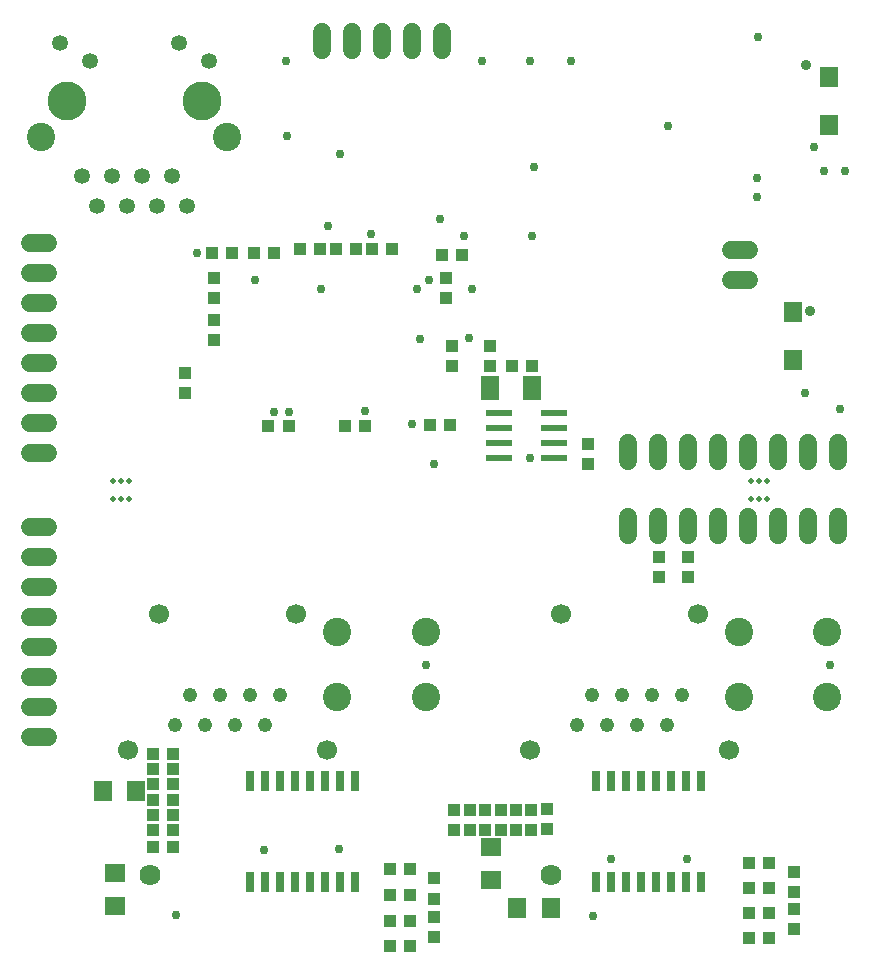
<source format=gbs>
G75*
%MOIN*%
%OFA0B0*%
%FSLAX25Y25*%
%IPPOS*%
%LPD*%
%AMOC8*
5,1,8,0,0,1.08239X$1,22.5*
%
%ADD10C,0.01969*%
%ADD11C,0.06000*%
%ADD12C,0.04800*%
%ADD13C,0.07050*%
%ADD14C,0.06693*%
%ADD15C,0.05315*%
%ADD16C,0.09449*%
%ADD17C,0.12992*%
%ADD18R,0.03000X0.06500*%
%ADD19R,0.04331X0.03937*%
%ADD20R,0.07087X0.06299*%
%ADD21R,0.03937X0.04331*%
%ADD22R,0.06299X0.07087*%
%ADD23R,0.08600X0.02200*%
%ADD24R,0.05906X0.08268*%
%ADD25R,0.06000X0.06600*%
%ADD26C,0.02953*%
%ADD27C,0.03543*%
D10*
X0077174Y0176205D03*
X0079831Y0176205D03*
X0082489Y0176205D03*
X0082489Y0182110D03*
X0079831Y0182110D03*
X0077174Y0182110D03*
X0289772Y0182110D03*
X0292430Y0182110D03*
X0295087Y0182110D03*
X0295087Y0176205D03*
X0292430Y0176205D03*
X0289772Y0176205D03*
D11*
X0288769Y0170347D02*
X0288769Y0164347D01*
X0298769Y0164347D02*
X0298769Y0170347D01*
X0308769Y0170347D02*
X0308769Y0164347D01*
X0318769Y0164347D02*
X0318769Y0170347D01*
X0318769Y0188756D02*
X0318769Y0194756D01*
X0308769Y0194756D02*
X0308769Y0188756D01*
X0298769Y0188756D02*
X0298769Y0194756D01*
X0288769Y0194756D02*
X0288769Y0188756D01*
X0278769Y0188756D02*
X0278769Y0194756D01*
X0268769Y0194756D02*
X0268769Y0188756D01*
X0258769Y0188756D02*
X0258769Y0194756D01*
X0248769Y0194756D02*
X0248769Y0188756D01*
X0248769Y0170347D02*
X0248769Y0164347D01*
X0258769Y0164347D02*
X0258769Y0170347D01*
X0268769Y0170347D02*
X0268769Y0164347D01*
X0278769Y0164347D02*
X0278769Y0170347D01*
X0282937Y0249354D02*
X0288937Y0249354D01*
X0288937Y0259354D02*
X0282937Y0259354D01*
X0186839Y0325764D02*
X0186839Y0331764D01*
X0176839Y0331764D02*
X0176839Y0325764D01*
X0166839Y0325764D02*
X0166839Y0331764D01*
X0156839Y0331764D02*
X0156839Y0325764D01*
X0146839Y0325764D02*
X0146839Y0331764D01*
X0055272Y0261402D02*
X0049272Y0261402D01*
X0049272Y0251402D02*
X0055272Y0251402D01*
X0055272Y0241402D02*
X0049272Y0241402D01*
X0049272Y0231402D02*
X0055272Y0231402D01*
X0055272Y0221402D02*
X0049272Y0221402D01*
X0049272Y0211402D02*
X0055272Y0211402D01*
X0055272Y0201402D02*
X0049272Y0201402D01*
X0049272Y0191402D02*
X0055272Y0191402D01*
X0055272Y0166913D02*
X0049272Y0166913D01*
X0049272Y0156913D02*
X0055272Y0156913D01*
X0055272Y0146913D02*
X0049272Y0146913D01*
X0049272Y0136913D02*
X0055272Y0136913D01*
X0055272Y0126913D02*
X0049272Y0126913D01*
X0049272Y0116913D02*
X0055272Y0116913D01*
X0055272Y0106913D02*
X0049272Y0106913D01*
X0049272Y0096913D02*
X0055272Y0096913D01*
D12*
X0097765Y0100843D03*
X0107765Y0100843D03*
X0117765Y0100843D03*
X0127765Y0100843D03*
X0132765Y0110843D03*
X0122765Y0110843D03*
X0112765Y0110843D03*
X0102765Y0110843D03*
X0231623Y0100843D03*
X0241623Y0100843D03*
X0251623Y0100843D03*
X0261623Y0100843D03*
X0266623Y0110843D03*
X0256623Y0110843D03*
X0246623Y0110843D03*
X0236623Y0110843D03*
D13*
X0223123Y0051043D03*
X0089265Y0051043D03*
D14*
X0082095Y0092543D03*
X0092430Y0137819D03*
X0138099Y0137819D03*
X0148434Y0092543D03*
X0215954Y0092543D03*
X0226288Y0137819D03*
X0271957Y0137819D03*
X0282292Y0092543D03*
D15*
X0101662Y0273866D03*
X0091662Y0273866D03*
X0081662Y0273866D03*
X0071662Y0273866D03*
X0066662Y0283866D03*
X0076662Y0283866D03*
X0086662Y0283866D03*
X0096662Y0283866D03*
X0109069Y0322167D03*
X0099061Y0328149D03*
X0069258Y0322165D03*
X0059266Y0328151D03*
D16*
X0053158Y0296858D03*
X0115166Y0296858D03*
X0151682Y0131913D03*
X0151682Y0110260D03*
X0181209Y0110260D03*
X0181209Y0131913D03*
X0285540Y0131913D03*
X0285540Y0110260D03*
X0315068Y0110260D03*
X0315068Y0131913D03*
D17*
X0106662Y0308866D03*
X0061662Y0308866D03*
D18*
X0122568Y0082128D03*
X0127568Y0082128D03*
X0132568Y0082128D03*
X0137568Y0082128D03*
X0142568Y0082128D03*
X0147568Y0082128D03*
X0152568Y0082128D03*
X0157568Y0082128D03*
X0157568Y0048628D03*
X0152568Y0048628D03*
X0147568Y0048628D03*
X0142568Y0048628D03*
X0137568Y0048628D03*
X0132568Y0048628D03*
X0127568Y0048628D03*
X0122568Y0048628D03*
X0238158Y0048628D03*
X0243158Y0048628D03*
X0248158Y0048628D03*
X0253158Y0048628D03*
X0258158Y0048628D03*
X0263158Y0048628D03*
X0268158Y0048628D03*
X0273158Y0048628D03*
X0273158Y0082128D03*
X0268158Y0082128D03*
X0263158Y0082128D03*
X0258158Y0082128D03*
X0253158Y0082128D03*
X0248158Y0082128D03*
X0243158Y0082128D03*
X0238158Y0082128D03*
D19*
X0221839Y0072819D03*
X0216446Y0072662D03*
X0211328Y0072662D03*
X0206209Y0072662D03*
X0201091Y0072662D03*
X0195973Y0072662D03*
X0190855Y0072662D03*
X0190855Y0065969D03*
X0195973Y0065969D03*
X0201091Y0065969D03*
X0206209Y0065969D03*
X0211328Y0065969D03*
X0216446Y0065969D03*
X0221839Y0066126D03*
X0258965Y0150221D03*
X0258965Y0156913D03*
X0268808Y0156913D03*
X0268808Y0150221D03*
X0189379Y0200811D03*
X0182686Y0200811D03*
X0161131Y0200417D03*
X0154438Y0200417D03*
X0135540Y0200417D03*
X0128847Y0200417D03*
X0130816Y0258291D03*
X0124123Y0258291D03*
X0116643Y0258291D03*
X0109950Y0258291D03*
X0139477Y0259473D03*
X0146170Y0259473D03*
X0151426Y0259433D03*
X0158119Y0259433D03*
X0163296Y0259433D03*
X0169989Y0259433D03*
X0186721Y0257504D03*
X0193414Y0257504D03*
D20*
X0077784Y0040496D03*
X0077784Y0051520D03*
X0202942Y0049079D03*
X0202942Y0060102D03*
D21*
X0183920Y0049750D03*
X0183920Y0043057D03*
X0183984Y0036951D03*
X0183984Y0030258D03*
X0175976Y0027143D03*
X0169283Y0027143D03*
X0169283Y0035709D03*
X0175976Y0035709D03*
X0175976Y0044134D03*
X0169283Y0044134D03*
X0169283Y0052874D03*
X0175976Y0052874D03*
X0096957Y0060299D03*
X0096957Y0065772D03*
X0096957Y0070890D03*
X0096957Y0076008D03*
X0096957Y0081126D03*
X0096957Y0086244D03*
X0096957Y0091362D03*
X0090265Y0091362D03*
X0090265Y0086244D03*
X0090265Y0081126D03*
X0090265Y0076008D03*
X0090265Y0070890D03*
X0090265Y0065772D03*
X0090265Y0060299D03*
X0235343Y0188016D03*
X0235343Y0194709D03*
X0216682Y0220536D03*
X0209989Y0220536D03*
X0202706Y0220536D03*
X0202706Y0227228D03*
X0190068Y0227386D03*
X0190068Y0220693D03*
X0188099Y0243134D03*
X0188099Y0249827D03*
X0110540Y0249827D03*
X0110540Y0243134D03*
X0110540Y0236047D03*
X0110540Y0229354D03*
X0101091Y0218331D03*
X0101091Y0211638D03*
X0289138Y0055006D03*
X0295831Y0055006D03*
X0303877Y0052035D03*
X0303877Y0045342D03*
X0303877Y0039665D03*
X0303877Y0032973D03*
X0295716Y0029858D03*
X0289023Y0029858D03*
X0289038Y0038169D03*
X0295731Y0038169D03*
X0295716Y0046595D03*
X0289023Y0046595D03*
D22*
X0222863Y0040063D03*
X0211839Y0040063D03*
X0084556Y0078764D03*
X0073532Y0078764D03*
D23*
X0205571Y0189768D03*
X0205571Y0194768D03*
X0205571Y0199768D03*
X0205571Y0204768D03*
X0224171Y0204768D03*
X0224171Y0199768D03*
X0224171Y0194768D03*
X0224171Y0189768D03*
D24*
X0216839Y0213134D03*
X0202666Y0213134D03*
D25*
X0303532Y0222536D03*
X0303532Y0238536D03*
X0315737Y0301000D03*
X0315737Y0317000D03*
D26*
X0310540Y0293725D03*
X0314083Y0285457D03*
X0321170Y0285457D03*
X0291643Y0283095D03*
X0291643Y0276795D03*
X0262115Y0300417D03*
X0229831Y0322071D03*
X0216052Y0322071D03*
X0199910Y0322071D03*
X0217233Y0287032D03*
X0216839Y0263803D03*
X0196761Y0246087D03*
X0182194Y0249236D03*
X0178257Y0246087D03*
X0179438Y0229551D03*
X0195580Y0229945D03*
X0176682Y0201205D03*
X0184162Y0187819D03*
X0160934Y0205536D03*
X0135737Y0205142D03*
X0130619Y0205142D03*
X0146367Y0246087D03*
X0124320Y0249236D03*
X0105028Y0258291D03*
X0148729Y0267268D03*
X0162902Y0264591D03*
X0186131Y0269709D03*
X0194005Y0263803D03*
X0152666Y0291362D03*
X0134950Y0297268D03*
X0134556Y0322071D03*
X0216052Y0189787D03*
X0181406Y0120890D03*
X0152483Y0059571D03*
X0127483Y0059084D03*
X0097942Y0037721D03*
X0236879Y0037327D03*
X0243098Y0056377D03*
X0268198Y0056377D03*
X0316052Y0120890D03*
X0319438Y0206244D03*
X0307784Y0211441D03*
X0292036Y0330339D03*
D27*
X0308178Y0320890D03*
X0309438Y0238803D03*
M02*

</source>
